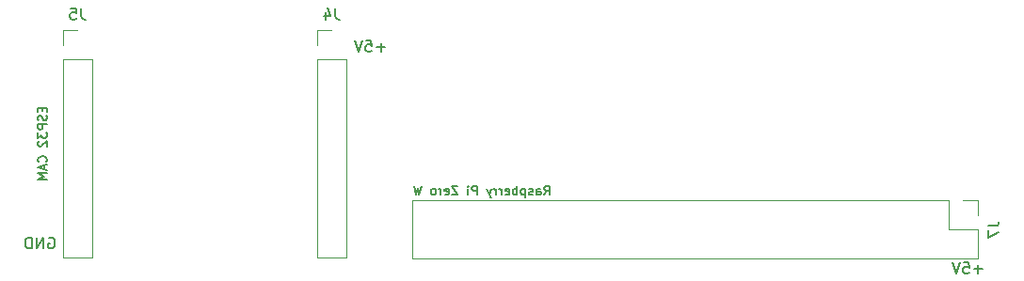
<source format=gbr>
%TF.GenerationSoftware,KiCad,Pcbnew,(6.0.8)*%
%TF.CreationDate,2023-04-19T09:48:05+02:00*%
%TF.ProjectId,Group22_Power,47726f75-7032-4325-9f50-6f7765722e6b,rev?*%
%TF.SameCoordinates,Original*%
%TF.FileFunction,Legend,Bot*%
%TF.FilePolarity,Positive*%
%FSLAX46Y46*%
G04 Gerber Fmt 4.6, Leading zero omitted, Abs format (unit mm)*
G04 Created by KiCad (PCBNEW (6.0.8)) date 2023-04-19 09:48:05*
%MOMM*%
%LPD*%
G01*
G04 APERTURE LIST*
%ADD10C,0.150000*%
%ADD11C,0.120000*%
%ADD12R,1.700000X1.700000*%
%ADD13O,1.700000X1.700000*%
%ADD14C,3.450000*%
%ADD15C,2.390000*%
%ADD16C,0.700000*%
%ADD17O,1.600000X1.000000*%
%ADD18C,0.650000*%
%ADD19O,1.900000X1.070000*%
%ADD20C,1.300000*%
G04 APERTURE END LIST*
D10*
X67261904Y-137250000D02*
X67357142Y-137202380D01*
X67500000Y-137202380D01*
X67642857Y-137250000D01*
X67738095Y-137345238D01*
X67785714Y-137440476D01*
X67833333Y-137630952D01*
X67833333Y-137773809D01*
X67785714Y-137964285D01*
X67738095Y-138059523D01*
X67642857Y-138154761D01*
X67500000Y-138202380D01*
X67404761Y-138202380D01*
X67261904Y-138154761D01*
X67214285Y-138107142D01*
X67214285Y-137773809D01*
X67404761Y-137773809D01*
X66785714Y-138202380D02*
X66785714Y-137202380D01*
X66214285Y-138202380D01*
X66214285Y-137202380D01*
X65738095Y-138202380D02*
X65738095Y-137202380D01*
X65500000Y-137202380D01*
X65357142Y-137250000D01*
X65261904Y-137345238D01*
X65214285Y-137440476D01*
X65166666Y-137630952D01*
X65166666Y-137773809D01*
X65214285Y-137964285D01*
X65261904Y-138059523D01*
X65357142Y-138154761D01*
X65500000Y-138202380D01*
X65738095Y-138202380D01*
X97535714Y-120071428D02*
X96773809Y-120071428D01*
X97154761Y-120452380D02*
X97154761Y-119690476D01*
X95821428Y-119452380D02*
X96297619Y-119452380D01*
X96345238Y-119928571D01*
X96297619Y-119880952D01*
X96202380Y-119833333D01*
X95964285Y-119833333D01*
X95869047Y-119880952D01*
X95821428Y-119928571D01*
X95773809Y-120023809D01*
X95773809Y-120261904D01*
X95821428Y-120357142D01*
X95869047Y-120404761D01*
X95964285Y-120452380D01*
X96202380Y-120452380D01*
X96297619Y-120404761D01*
X96345238Y-120357142D01*
X95488095Y-119452380D02*
X95154761Y-120452380D01*
X94821428Y-119452380D01*
X151285714Y-140071428D02*
X150523809Y-140071428D01*
X150904761Y-140452380D02*
X150904761Y-139690476D01*
X149571428Y-139452380D02*
X150047619Y-139452380D01*
X150095238Y-139928571D01*
X150047619Y-139880952D01*
X149952380Y-139833333D01*
X149714285Y-139833333D01*
X149619047Y-139880952D01*
X149571428Y-139928571D01*
X149523809Y-140023809D01*
X149523809Y-140261904D01*
X149571428Y-140357142D01*
X149619047Y-140404761D01*
X149714285Y-140452380D01*
X149952380Y-140452380D01*
X150047619Y-140404761D01*
X150095238Y-140357142D01*
X149238095Y-139452380D02*
X148904761Y-140452380D01*
X148571428Y-139452380D01*
X66692857Y-125530952D02*
X66692857Y-125797619D01*
X67111904Y-125911904D02*
X67111904Y-125530952D01*
X66311904Y-125530952D01*
X66311904Y-125911904D01*
X67073809Y-126216666D02*
X67111904Y-126330952D01*
X67111904Y-126521428D01*
X67073809Y-126597619D01*
X67035714Y-126635714D01*
X66959523Y-126673809D01*
X66883333Y-126673809D01*
X66807142Y-126635714D01*
X66769047Y-126597619D01*
X66730952Y-126521428D01*
X66692857Y-126369047D01*
X66654761Y-126292857D01*
X66616666Y-126254761D01*
X66540476Y-126216666D01*
X66464285Y-126216666D01*
X66388095Y-126254761D01*
X66350000Y-126292857D01*
X66311904Y-126369047D01*
X66311904Y-126559523D01*
X66350000Y-126673809D01*
X67111904Y-127016666D02*
X66311904Y-127016666D01*
X66311904Y-127321428D01*
X66350000Y-127397619D01*
X66388095Y-127435714D01*
X66464285Y-127473809D01*
X66578571Y-127473809D01*
X66654761Y-127435714D01*
X66692857Y-127397619D01*
X66730952Y-127321428D01*
X66730952Y-127016666D01*
X66311904Y-127740476D02*
X66311904Y-128235714D01*
X66616666Y-127969047D01*
X66616666Y-128083333D01*
X66654761Y-128159523D01*
X66692857Y-128197619D01*
X66769047Y-128235714D01*
X66959523Y-128235714D01*
X67035714Y-128197619D01*
X67073809Y-128159523D01*
X67111904Y-128083333D01*
X67111904Y-127854761D01*
X67073809Y-127778571D01*
X67035714Y-127740476D01*
X66388095Y-128540476D02*
X66350000Y-128578571D01*
X66311904Y-128654761D01*
X66311904Y-128845238D01*
X66350000Y-128921428D01*
X66388095Y-128959523D01*
X66464285Y-128997619D01*
X66540476Y-128997619D01*
X66654761Y-128959523D01*
X67111904Y-128502380D01*
X67111904Y-128997619D01*
X67035714Y-130407142D02*
X67073809Y-130369047D01*
X67111904Y-130254761D01*
X67111904Y-130178571D01*
X67073809Y-130064285D01*
X66997619Y-129988095D01*
X66921428Y-129950000D01*
X66769047Y-129911904D01*
X66654761Y-129911904D01*
X66502380Y-129950000D01*
X66426190Y-129988095D01*
X66350000Y-130064285D01*
X66311904Y-130178571D01*
X66311904Y-130254761D01*
X66350000Y-130369047D01*
X66388095Y-130407142D01*
X66883333Y-130711904D02*
X66883333Y-131092857D01*
X67111904Y-130635714D02*
X66311904Y-130902380D01*
X67111904Y-131169047D01*
X67111904Y-131435714D02*
X66311904Y-131435714D01*
X66883333Y-131702380D01*
X66311904Y-131969047D01*
X67111904Y-131969047D01*
X111850000Y-133361904D02*
X112116666Y-132980952D01*
X112307142Y-133361904D02*
X112307142Y-132561904D01*
X112002380Y-132561904D01*
X111926190Y-132600000D01*
X111888095Y-132638095D01*
X111850000Y-132714285D01*
X111850000Y-132828571D01*
X111888095Y-132904761D01*
X111926190Y-132942857D01*
X112002380Y-132980952D01*
X112307142Y-132980952D01*
X111164285Y-133361904D02*
X111164285Y-132942857D01*
X111202380Y-132866666D01*
X111278571Y-132828571D01*
X111430952Y-132828571D01*
X111507142Y-132866666D01*
X111164285Y-133323809D02*
X111240476Y-133361904D01*
X111430952Y-133361904D01*
X111507142Y-133323809D01*
X111545238Y-133247619D01*
X111545238Y-133171428D01*
X111507142Y-133095238D01*
X111430952Y-133057142D01*
X111240476Y-133057142D01*
X111164285Y-133019047D01*
X110821428Y-133323809D02*
X110745238Y-133361904D01*
X110592857Y-133361904D01*
X110516666Y-133323809D01*
X110478571Y-133247619D01*
X110478571Y-133209523D01*
X110516666Y-133133333D01*
X110592857Y-133095238D01*
X110707142Y-133095238D01*
X110783333Y-133057142D01*
X110821428Y-132980952D01*
X110821428Y-132942857D01*
X110783333Y-132866666D01*
X110707142Y-132828571D01*
X110592857Y-132828571D01*
X110516666Y-132866666D01*
X110135714Y-132828571D02*
X110135714Y-133628571D01*
X110135714Y-132866666D02*
X110059523Y-132828571D01*
X109907142Y-132828571D01*
X109830952Y-132866666D01*
X109792857Y-132904761D01*
X109754761Y-132980952D01*
X109754761Y-133209523D01*
X109792857Y-133285714D01*
X109830952Y-133323809D01*
X109907142Y-133361904D01*
X110059523Y-133361904D01*
X110135714Y-133323809D01*
X109411904Y-133361904D02*
X109411904Y-132561904D01*
X109411904Y-132866666D02*
X109335714Y-132828571D01*
X109183333Y-132828571D01*
X109107142Y-132866666D01*
X109069047Y-132904761D01*
X109030952Y-132980952D01*
X109030952Y-133209523D01*
X109069047Y-133285714D01*
X109107142Y-133323809D01*
X109183333Y-133361904D01*
X109335714Y-133361904D01*
X109411904Y-133323809D01*
X108383333Y-133323809D02*
X108459523Y-133361904D01*
X108611904Y-133361904D01*
X108688095Y-133323809D01*
X108726190Y-133247619D01*
X108726190Y-132942857D01*
X108688095Y-132866666D01*
X108611904Y-132828571D01*
X108459523Y-132828571D01*
X108383333Y-132866666D01*
X108345238Y-132942857D01*
X108345238Y-133019047D01*
X108726190Y-133095238D01*
X108002380Y-133361904D02*
X108002380Y-132828571D01*
X108002380Y-132980952D02*
X107964285Y-132904761D01*
X107926190Y-132866666D01*
X107850000Y-132828571D01*
X107773809Y-132828571D01*
X107507142Y-133361904D02*
X107507142Y-132828571D01*
X107507142Y-132980952D02*
X107469047Y-132904761D01*
X107430952Y-132866666D01*
X107354761Y-132828571D01*
X107278571Y-132828571D01*
X107088095Y-132828571D02*
X106897619Y-133361904D01*
X106707142Y-132828571D02*
X106897619Y-133361904D01*
X106973809Y-133552380D01*
X107011904Y-133590476D01*
X107088095Y-133628571D01*
X105792857Y-133361904D02*
X105792857Y-132561904D01*
X105488095Y-132561904D01*
X105411904Y-132600000D01*
X105373809Y-132638095D01*
X105335714Y-132714285D01*
X105335714Y-132828571D01*
X105373809Y-132904761D01*
X105411904Y-132942857D01*
X105488095Y-132980952D01*
X105792857Y-132980952D01*
X104992857Y-133361904D02*
X104992857Y-132828571D01*
X104992857Y-132561904D02*
X105030952Y-132600000D01*
X104992857Y-132638095D01*
X104954761Y-132600000D01*
X104992857Y-132561904D01*
X104992857Y-132638095D01*
X104078571Y-132561904D02*
X103545238Y-132561904D01*
X104078571Y-133361904D01*
X103545238Y-133361904D01*
X102935714Y-133323809D02*
X103011904Y-133361904D01*
X103164285Y-133361904D01*
X103240476Y-133323809D01*
X103278571Y-133247619D01*
X103278571Y-132942857D01*
X103240476Y-132866666D01*
X103164285Y-132828571D01*
X103011904Y-132828571D01*
X102935714Y-132866666D01*
X102897619Y-132942857D01*
X102897619Y-133019047D01*
X103278571Y-133095238D01*
X102554761Y-133361904D02*
X102554761Y-132828571D01*
X102554761Y-132980952D02*
X102516666Y-132904761D01*
X102478571Y-132866666D01*
X102402380Y-132828571D01*
X102326190Y-132828571D01*
X101945238Y-133361904D02*
X102021428Y-133323809D01*
X102059523Y-133285714D01*
X102097619Y-133209523D01*
X102097619Y-132980952D01*
X102059523Y-132904761D01*
X102021428Y-132866666D01*
X101945238Y-132828571D01*
X101830952Y-132828571D01*
X101754761Y-132866666D01*
X101716666Y-132904761D01*
X101678571Y-132980952D01*
X101678571Y-133209523D01*
X101716666Y-133285714D01*
X101754761Y-133323809D01*
X101830952Y-133361904D01*
X101945238Y-133361904D01*
X100802380Y-132561904D02*
X100611904Y-133361904D01*
X100459523Y-132790476D01*
X100307142Y-133361904D01*
X100116666Y-132561904D01*
%TO.C,J4*%
X93058333Y-116557380D02*
X93058333Y-117271666D01*
X93105952Y-117414523D01*
X93201190Y-117509761D01*
X93344047Y-117557380D01*
X93439285Y-117557380D01*
X92153571Y-116890714D02*
X92153571Y-117557380D01*
X92391666Y-116509761D02*
X92629761Y-117224047D01*
X92010714Y-117224047D01*
%TO.C,J7*%
X151762380Y-136146666D02*
X152476666Y-136146666D01*
X152619523Y-136099047D01*
X152714761Y-136003809D01*
X152762380Y-135860952D01*
X152762380Y-135765714D01*
X151762380Y-136527619D02*
X151762380Y-137194285D01*
X152762380Y-136765714D01*
%TO.C,J5*%
X70192798Y-116557380D02*
X70192798Y-117271666D01*
X70240417Y-117414523D01*
X70335655Y-117509761D01*
X70478512Y-117557380D01*
X70573750Y-117557380D01*
X69240417Y-116557380D02*
X69716607Y-116557380D01*
X69764226Y-117033571D01*
X69716607Y-116985952D01*
X69621369Y-116938333D01*
X69383274Y-116938333D01*
X69288036Y-116985952D01*
X69240417Y-117033571D01*
X69192798Y-117128809D01*
X69192798Y-117366904D01*
X69240417Y-117462142D01*
X69288036Y-117509761D01*
X69383274Y-117557380D01*
X69621369Y-117557380D01*
X69716607Y-117509761D01*
X69764226Y-117462142D01*
D11*
%TO.C,J4*%
X94055000Y-121145000D02*
X91395000Y-121145000D01*
X92725000Y-118545000D02*
X91395000Y-118545000D01*
X94055000Y-138985000D02*
X91395000Y-138985000D01*
X91395000Y-118545000D02*
X91395000Y-119875000D01*
X91395000Y-121145000D02*
X91395000Y-138985000D01*
X94055000Y-121145000D02*
X94055000Y-138985000D01*
%TO.C,J7*%
X99950000Y-139080000D02*
X99950000Y-133880000D01*
X148270000Y-136480000D02*
X148270000Y-133880000D01*
X148270000Y-133880000D02*
X99950000Y-133880000D01*
X150870000Y-139080000D02*
X99950000Y-139080000D01*
X150870000Y-136480000D02*
X148270000Y-136480000D01*
X150870000Y-135210000D02*
X150870000Y-133880000D01*
X150870000Y-133880000D02*
X149540000Y-133880000D01*
X150870000Y-139080000D02*
X150870000Y-136480000D01*
%TO.C,J5*%
X71189465Y-138985000D02*
X68529465Y-138985000D01*
X69859465Y-118545000D02*
X68529465Y-118545000D01*
X71189465Y-121145000D02*
X68529465Y-121145000D01*
X71189465Y-121145000D02*
X71189465Y-138985000D01*
X68529465Y-121145000D02*
X68529465Y-138985000D01*
X68529465Y-118545000D02*
X68529465Y-119875000D01*
%TD*%
%LPC*%
D12*
%TO.C,J1*%
X99678845Y-94358028D03*
D13*
X97138845Y-94358028D03*
%TD*%
D12*
%TO.C,J12*%
X128525000Y-121156142D03*
D13*
X125985000Y-121156142D03*
%TD*%
D14*
%TO.C,BT1*%
X79650000Y-61790000D03*
X134850000Y-45790000D03*
D15*
X71320000Y-45790000D03*
%TD*%
D16*
%TO.C,J8*%
X65700000Y-106021315D03*
D17*
X60060000Y-114186315D03*
X64450000Y-113826315D03*
X64450000Y-105566315D03*
X60060000Y-105206315D03*
D18*
X65050000Y-112496315D03*
X64350000Y-112096315D03*
X64350000Y-111296315D03*
X65050000Y-110896315D03*
X64350000Y-110496315D03*
X65050000Y-110096315D03*
X65050000Y-109296315D03*
X64350000Y-108896315D03*
X65050000Y-108496315D03*
X64350000Y-108096315D03*
X64350000Y-107296315D03*
X65050000Y-106896315D03*
%TD*%
D19*
%TO.C,J3*%
X59275636Y-95161938D03*
D20*
X61975636Y-101186938D03*
X61975636Y-96336938D03*
D19*
X59275636Y-102361938D03*
%TD*%
D14*
%TO.C,BT2*%
X134850000Y-68500000D03*
D15*
X71320000Y-68500000D03*
D14*
X79650000Y-84500000D03*
%TD*%
D12*
%TO.C,J15*%
X141025000Y-117106142D03*
D13*
X138485000Y-117106142D03*
%TD*%
D12*
%TO.C,J2*%
X141525000Y-99500000D03*
D13*
X138985000Y-99500000D03*
%TD*%
D12*
%TO.C,J14*%
X141025000Y-113306142D03*
D13*
X138485000Y-113306142D03*
%TD*%
D12*
%TO.C,J16*%
X141012716Y-120906142D03*
D13*
X138472716Y-120906142D03*
%TD*%
D12*
%TO.C,J11*%
X128525000Y-117356142D03*
D13*
X125985000Y-117356142D03*
%TD*%
D12*
%TO.C,J13*%
X141025000Y-109506142D03*
D13*
X138485000Y-109506142D03*
%TD*%
D12*
%TO.C,J9*%
X128525000Y-109756142D03*
D13*
X125985000Y-109756142D03*
%TD*%
D12*
%TO.C,J10*%
X128525000Y-113556142D03*
D13*
X125985000Y-113556142D03*
%TD*%
D12*
%TO.C,J6*%
X90113845Y-101260981D03*
D13*
X92653845Y-101260981D03*
%TD*%
D12*
%TO.C,J4*%
X92725000Y-119875000D03*
D13*
X92725000Y-122415000D03*
X92725000Y-124955000D03*
X92725000Y-127495000D03*
X92725000Y-130035000D03*
X92725000Y-132575000D03*
X92725000Y-135115000D03*
X92725000Y-137655000D03*
%TD*%
D12*
%TO.C,J7*%
X149540000Y-135210000D03*
D13*
X149540000Y-137750000D03*
X147000000Y-135210000D03*
X147000000Y-137750000D03*
X144460000Y-135210000D03*
X144460000Y-137750000D03*
X141920000Y-135210000D03*
X141920000Y-137750000D03*
X139380000Y-135210000D03*
X139380000Y-137750000D03*
X136840000Y-135210000D03*
X136840000Y-137750000D03*
X134300000Y-135210000D03*
X134300000Y-137750000D03*
X131760000Y-135210000D03*
X131760000Y-137750000D03*
X129220000Y-135210000D03*
X129220000Y-137750000D03*
X126680000Y-135210000D03*
X126680000Y-137750000D03*
X124140000Y-135210000D03*
X124140000Y-137750000D03*
X121600000Y-135210000D03*
X121600000Y-137750000D03*
X119060000Y-135210000D03*
X119060000Y-137750000D03*
X116520000Y-135210000D03*
X116520000Y-137750000D03*
X113980000Y-135210000D03*
X113980000Y-137750000D03*
X111440000Y-135210000D03*
X111440000Y-137750000D03*
X108900000Y-135210000D03*
X108900000Y-137750000D03*
X106360000Y-135210000D03*
X106360000Y-137750000D03*
X103820000Y-135210000D03*
X103820000Y-137750000D03*
X101280000Y-135210000D03*
X101280000Y-137750000D03*
%TD*%
D12*
%TO.C,J5*%
X69859465Y-119875000D03*
D13*
X69859465Y-122415000D03*
X69859465Y-124955000D03*
X69859465Y-127495000D03*
X69859465Y-130035000D03*
X69859465Y-132575000D03*
X69859465Y-135115000D03*
X69859465Y-137655000D03*
%TD*%
M02*

</source>
